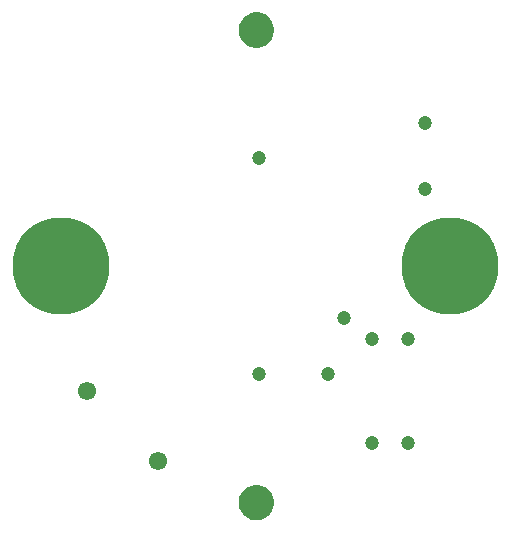
<source format=gbs>
G04*
G04 #@! TF.GenerationSoftware,Altium Limited,Altium Designer,20.1.8 (145)*
G04*
G04 Layer_Color=16711935*
%FSTAX43Y43*%
%MOMM*%
G71*
G04*
G04 #@! TF.SameCoordinates,7F49C3F1-04F9-482F-9C58-12B171E084D3*
G04*
G04*
G04 #@! TF.FilePolarity,Negative*
G04*
G01*
G75*
%ADD13C,1.553*%
%ADD14C,1.203*%
%ADD15C,8.203*%
G36*
X0100511Y0056446D02*
X0100784Y0056333D01*
X0101028Y0056169D01*
X0101237Y0055961D01*
X01014Y0055716D01*
X0101513Y0055444D01*
X0101571Y0055155D01*
Y0054855D01*
X0101513Y0054566D01*
X01014Y0054293D01*
X0101236Y0054047D01*
X0101027Y0053838D01*
X0100781Y0053674D01*
X0100508Y0053561D01*
X0100218Y0053503D01*
X0099917D01*
X0099628Y0053561D01*
X0099357Y0053673D01*
X0099112Y0053837D01*
X0098904Y0054045D01*
X0098741Y0054289D01*
X0098628Y0054561D01*
X0098571Y005485D01*
Y005515D01*
X0098628Y0055439D01*
X0098741Y0055711D01*
X0098904Y0055955D01*
X0099112Y0056163D01*
X0099357Y0056327D01*
X0099628Y0056439D01*
X0099917Y0056497D01*
X0100064Y0056497D01*
X0100075Y0056503D01*
Y0056503D01*
X0100223D01*
X0100511Y0056446D01*
D02*
G37*
G36*
Y0096446D02*
X0100784Y0096333D01*
X0101028Y0096169D01*
X0101237Y0095961D01*
X01014Y0095716D01*
X0101513Y0095444D01*
X0101571Y0095155D01*
Y0094855D01*
X0101513Y0094566D01*
X01014Y0094293D01*
X0101236Y0094047D01*
X0101027Y0093838D01*
X0100781Y0093674D01*
X0100508Y0093561D01*
X0100218Y0093503D01*
X0099917D01*
X0099628Y0093561D01*
X0099357Y0093673D01*
X0099112Y0093837D01*
X0098904Y0094045D01*
X0098741Y0094289D01*
X0098628Y0094561D01*
X0098571Y009485D01*
Y009515D01*
X0098628Y0095439D01*
X0098741Y0095711D01*
X0098904Y0095955D01*
X0099112Y0096163D01*
X0099357Y0096327D01*
X0099628Y0096439D01*
X0099917Y0096497D01*
X0100064Y0096497D01*
X0100075Y0096503D01*
Y0096503D01*
X0100223D01*
X0100511Y0096446D01*
D02*
G37*
D13*
X0091743Y0058504D02*
D03*
X0085755Y0064484D02*
D03*
D14*
X0114375Y0081525D02*
D03*
Y0087175D02*
D03*
X0100325Y0084175D02*
D03*
X0107475Y0070625D02*
D03*
X0112875Y0068888D02*
D03*
X0109825D02*
D03*
X0112875Y0060012D02*
D03*
X0109825D02*
D03*
X0106175Y0065875D02*
D03*
X0100325D02*
D03*
D15*
X00835Y0075D02*
D03*
X01165D02*
D03*
M02*

</source>
